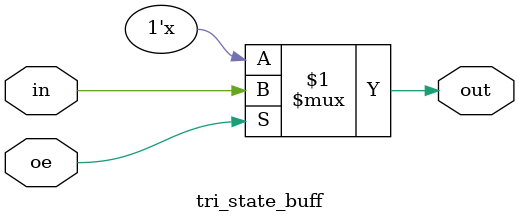
<source format=v>
module tri_state_buff (out, in, oe);
    input in, oe;
    output out;

    assign out = oe ? in : 1'bz;

endmodule
</source>
